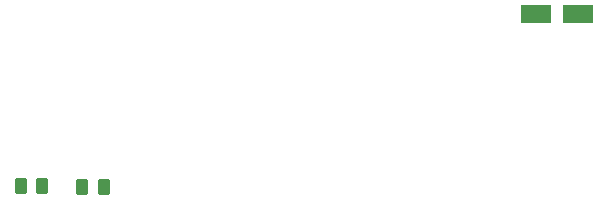
<source format=gtp>
%TF.GenerationSoftware,KiCad,Pcbnew,(6.0.4)*%
%TF.CreationDate,2022-04-01T13:13:12+01:00*%
%TF.ProjectId,Basic_2ch_Hat,42617369-635f-4326-9368-5f4861742e6b,rev?*%
%TF.SameCoordinates,Original*%
%TF.FileFunction,Paste,Top*%
%TF.FilePolarity,Positive*%
%FSLAX46Y46*%
G04 Gerber Fmt 4.6, Leading zero omitted, Abs format (unit mm)*
G04 Created by KiCad (PCBNEW (6.0.4)) date 2022-04-01 13:13:12*
%MOMM*%
%LPD*%
G01*
G04 APERTURE LIST*
G04 Aperture macros list*
%AMRoundRect*
0 Rectangle with rounded corners*
0 $1 Rounding radius*
0 $2 $3 $4 $5 $6 $7 $8 $9 X,Y pos of 4 corners*
0 Add a 4 corners polygon primitive as box body*
4,1,4,$2,$3,$4,$5,$6,$7,$8,$9,$2,$3,0*
0 Add four circle primitives for the rounded corners*
1,1,$1+$1,$2,$3*
1,1,$1+$1,$4,$5*
1,1,$1+$1,$6,$7*
1,1,$1+$1,$8,$9*
0 Add four rect primitives between the rounded corners*
20,1,$1+$1,$2,$3,$4,$5,0*
20,1,$1+$1,$4,$5,$6,$7,0*
20,1,$1+$1,$6,$7,$8,$9,0*
20,1,$1+$1,$8,$9,$2,$3,0*%
G04 Aperture macros list end*
%ADD10RoundRect,0.250000X-0.262500X-0.450000X0.262500X-0.450000X0.262500X0.450000X-0.262500X0.450000X0*%
%ADD11RoundRect,0.250000X-1.050000X-0.550000X1.050000X-0.550000X1.050000X0.550000X-1.050000X0.550000X0*%
G04 APERTURE END LIST*
D10*
%TO.C,R18*%
X158499800Y-45872400D03*
X160324800Y-45872400D03*
%TD*%
D11*
%TO.C,C1*%
X202111200Y-31292800D03*
X205711200Y-31292800D03*
%TD*%
D10*
%TO.C,R17*%
X163730300Y-45974000D03*
X165555300Y-45974000D03*
%TD*%
M02*

</source>
